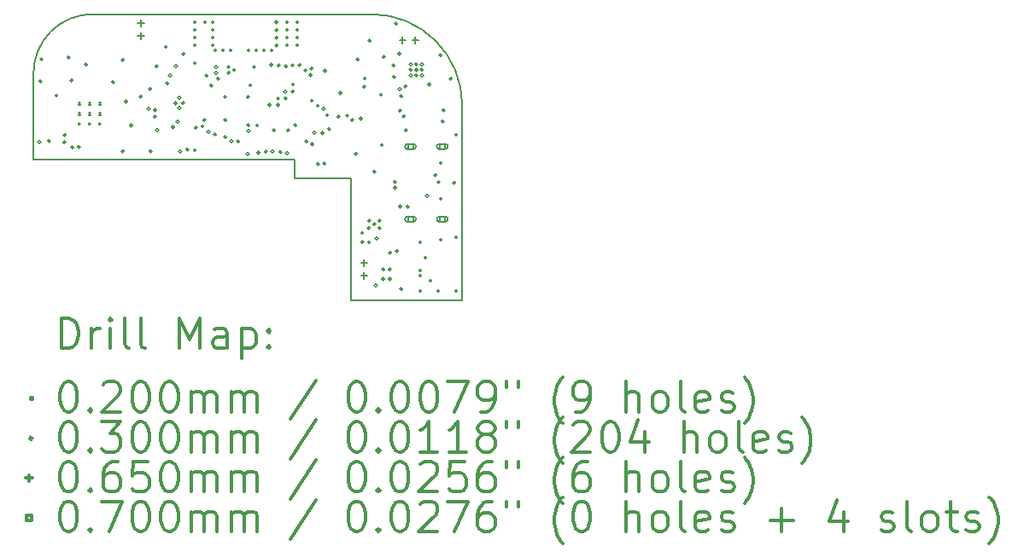
<source format=gbr>
%FSLAX45Y45*%
G04 Gerber Fmt 4.5, Leading zero omitted, Abs format (unit mm)*
G04 Created by KiCad (PCBNEW (5.1.10-1-10_14)) date 2021-09-22 20:59:31*
%MOMM*%
%LPD*%
G01*
G04 APERTURE LIST*
%TA.AperFunction,Profile*%
%ADD10C,0.200000*%
%TD*%
%ADD11C,0.200000*%
%ADD12C,0.300000*%
G04 APERTURE END LIST*
D10*
X7267000Y-8027777D02*
X7266940Y-9237777D01*
X6706940Y-7842777D02*
X6706940Y-8027777D01*
X4116940Y-7842777D02*
X6706940Y-7842777D01*
X4116756Y-6983102D02*
X4116940Y-7842777D01*
X4116756Y-6983102D02*
G75*
G02*
X4704057Y-6395802I587300J0D01*
G01*
X7266940Y-9237777D02*
X8366940Y-9237777D01*
X6706940Y-8027777D02*
X7267000Y-8027777D01*
X7466940Y-6395802D02*
X4704057Y-6395802D01*
X7466940Y-6395802D02*
G75*
G02*
X8366940Y-7295802I0J-900000D01*
G01*
X8366940Y-9237777D02*
X8366940Y-7295802D01*
D11*
X4563600Y-7275050D02*
X4583600Y-7295050D01*
X4583600Y-7275050D02*
X4563600Y-7295050D01*
X4563600Y-7375050D02*
X4583600Y-7395050D01*
X4583600Y-7375050D02*
X4563600Y-7395050D01*
X4563600Y-7475050D02*
X4583600Y-7495050D01*
X4583600Y-7475050D02*
X4563600Y-7495050D01*
X4663600Y-7275050D02*
X4683600Y-7295050D01*
X4683600Y-7275050D02*
X4663600Y-7295050D01*
X4663600Y-7375050D02*
X4683600Y-7395050D01*
X4683600Y-7375050D02*
X4663600Y-7395050D01*
X4663600Y-7475050D02*
X4683600Y-7495050D01*
X4683600Y-7475050D02*
X4663600Y-7495050D01*
X4763600Y-7275050D02*
X4783600Y-7295050D01*
X4783600Y-7275050D02*
X4763600Y-7295050D01*
X4763600Y-7375050D02*
X4783600Y-7395050D01*
X4783600Y-7375050D02*
X4763600Y-7395050D01*
X4763600Y-7475050D02*
X4783600Y-7495050D01*
X4783600Y-7475050D02*
X4763600Y-7495050D01*
X4189000Y-7664000D02*
G75*
G03*
X4189000Y-7664000I-15000J0D01*
G01*
X4200920Y-7061200D02*
G75*
G03*
X4200920Y-7061200I-15000J0D01*
G01*
X4211080Y-6842760D02*
G75*
G03*
X4211080Y-6842760I-15000J0D01*
G01*
X4284625Y-7654375D02*
G75*
G03*
X4284625Y-7654375I-15000J0D01*
G01*
X4359924Y-7204456D02*
G75*
G03*
X4359924Y-7204456I-15000J0D01*
G01*
X4437204Y-7668434D02*
G75*
G03*
X4437204Y-7668434I-15000J0D01*
G01*
X4441833Y-7595400D02*
G75*
G03*
X4441833Y-7595400I-15000J0D01*
G01*
X4479050Y-6823710D02*
G75*
G03*
X4479050Y-6823710I-15000J0D01*
G01*
X4508260Y-7053580D02*
G75*
G03*
X4508260Y-7053580I-15000J0D01*
G01*
X4516134Y-7717366D02*
G75*
G03*
X4516134Y-7717366I-15000J0D01*
G01*
X4581281Y-7713878D02*
G75*
G03*
X4581281Y-7713878I-15000J0D01*
G01*
X4653040Y-6898640D02*
G75*
G03*
X4653040Y-6898640I-15000J0D01*
G01*
X4919646Y-7068758D02*
G75*
G03*
X4919646Y-7068758I-15000J0D01*
G01*
X5017000Y-7758000D02*
G75*
G03*
X5017000Y-7758000I-15000J0D01*
G01*
X5018540Y-6850628D02*
G75*
G03*
X5018540Y-6850628I-15000J0D01*
G01*
X5049000Y-7261000D02*
G75*
G03*
X5049000Y-7261000I-15000J0D01*
G01*
X5100903Y-7500139D02*
G75*
G03*
X5100903Y-7500139I-15000J0D01*
G01*
X5194320Y-7213860D02*
G75*
G03*
X5194320Y-7213860I-15000J0D01*
G01*
X5273190Y-7333718D02*
G75*
G03*
X5273190Y-7333718I-15000J0D01*
G01*
X5287000Y-7139000D02*
G75*
G03*
X5287000Y-7139000I-15000J0D01*
G01*
X5292690Y-7755220D02*
G75*
G03*
X5292690Y-7755220I-15000J0D01*
G01*
X5335351Y-7414242D02*
G75*
G03*
X5335351Y-7414242I-15000J0D01*
G01*
X5336906Y-7348201D02*
G75*
G03*
X5336906Y-7348201I-15000J0D01*
G01*
X5350000Y-6914000D02*
G75*
G03*
X5350000Y-6914000I-15000J0D01*
G01*
X5357000Y-7547539D02*
G75*
G03*
X5357000Y-7547539I-15000J0D01*
G01*
X5442000Y-6720000D02*
G75*
G03*
X5442000Y-6720000I-15000J0D01*
G01*
X5458324Y-7082676D02*
G75*
G03*
X5458324Y-7082676I-15000J0D01*
G01*
X5485000Y-7004000D02*
G75*
G03*
X5485000Y-7004000I-15000J0D01*
G01*
X5514100Y-7515860D02*
G75*
G03*
X5514100Y-7515860I-15000J0D01*
G01*
X5539500Y-7279640D02*
G75*
G03*
X5539500Y-7279640I-15000J0D01*
G01*
X5543213Y-6910766D02*
G75*
G03*
X5543213Y-6910766I-15000J0D01*
G01*
X5559820Y-7462520D02*
G75*
G03*
X5559820Y-7462520I-15000J0D01*
G01*
X5577600Y-7226300D02*
G75*
G03*
X5577600Y-7226300I-15000J0D01*
G01*
X5577600Y-7327900D02*
G75*
G03*
X5577600Y-7327900I-15000J0D01*
G01*
X5586000Y-7757000D02*
G75*
G03*
X5586000Y-7757000I-15000J0D01*
G01*
X5613160Y-7277100D02*
G75*
G03*
X5613160Y-7277100I-15000J0D01*
G01*
X5618240Y-6791861D02*
G75*
G03*
X5618240Y-6791861I-15000J0D01*
G01*
X5656340Y-7739380D02*
G75*
G03*
X5656340Y-7739380I-15000J0D01*
G01*
X5730000Y-6477000D02*
G75*
G03*
X5730000Y-6477000I-15000J0D01*
G01*
X5730000Y-6553200D02*
G75*
G03*
X5730000Y-6553200I-15000J0D01*
G01*
X5730000Y-6629400D02*
G75*
G03*
X5730000Y-6629400I-15000J0D01*
G01*
X5730000Y-6705600D02*
G75*
G03*
X5730000Y-6705600I-15000J0D01*
G01*
X5730000Y-6883400D02*
G75*
G03*
X5730000Y-6883400I-15000J0D01*
G01*
X5730000Y-7744460D02*
G75*
G03*
X5730000Y-7744460I-15000J0D01*
G01*
X5742700Y-7523480D02*
G75*
G03*
X5742700Y-7523480I-15000J0D01*
G01*
X5806200Y-7508240D02*
G75*
G03*
X5806200Y-7508240I-15000J0D01*
G01*
X5826520Y-7447280D02*
G75*
G03*
X5826520Y-7447280I-15000J0D01*
G01*
X5831600Y-6477000D02*
G75*
G03*
X5831600Y-6477000I-15000J0D01*
G01*
X5846139Y-7007000D02*
G75*
G03*
X5846139Y-7007000I-15000J0D01*
G01*
X5866500Y-7564500D02*
G75*
G03*
X5866500Y-7564500I-15000J0D01*
G01*
X5893371Y-7104057D02*
G75*
G03*
X5893371Y-7104057I-15000J0D01*
G01*
X5907800Y-6475000D02*
G75*
G03*
X5907800Y-6475000I-15000J0D01*
G01*
X5907800Y-6553200D02*
G75*
G03*
X5907800Y-6553200I-15000J0D01*
G01*
X5907800Y-6629400D02*
G75*
G03*
X5907800Y-6629400I-15000J0D01*
G01*
X5907800Y-6705600D02*
G75*
G03*
X5907800Y-6705600I-15000J0D01*
G01*
X5930538Y-7589781D02*
G75*
G03*
X5930538Y-7589781I-15000J0D01*
G01*
X5933200Y-6756400D02*
G75*
G03*
X5933200Y-6756400I-15000J0D01*
G01*
X5941000Y-6919000D02*
G75*
G03*
X5941000Y-6919000I-15000J0D01*
G01*
X5942000Y-6980000D02*
G75*
G03*
X5942000Y-6980000I-15000J0D01*
G01*
X5961000Y-7036000D02*
G75*
G03*
X5961000Y-7036000I-15000J0D01*
G01*
X6009400Y-6756400D02*
G75*
G03*
X6009400Y-6756400I-15000J0D01*
G01*
X6030942Y-7215941D02*
G75*
G03*
X6030942Y-7215941I-15000J0D01*
G01*
X6032260Y-7446885D02*
G75*
G03*
X6032260Y-7446885I-15000J0D01*
G01*
X6032260Y-7617460D02*
G75*
G03*
X6032260Y-7617460I-15000J0D01*
G01*
X6066000Y-6920000D02*
G75*
G03*
X6066000Y-6920000I-15000J0D01*
G01*
X6067000Y-6978000D02*
G75*
G03*
X6067000Y-6978000I-15000J0D01*
G01*
X6085600Y-6756400D02*
G75*
G03*
X6085600Y-6756400I-15000J0D01*
G01*
X6094148Y-7657036D02*
G75*
G03*
X6094148Y-7657036I-15000J0D01*
G01*
X6119000Y-6950000D02*
G75*
G03*
X6119000Y-6950000I-15000J0D01*
G01*
X6160794Y-7658077D02*
G75*
G03*
X6160794Y-7658077I-15000J0D01*
G01*
X6255780Y-7218680D02*
G75*
G03*
X6255780Y-7218680I-15000J0D01*
G01*
X6255970Y-7783113D02*
G75*
G03*
X6255970Y-7783113I-15000J0D01*
G01*
X6263400Y-6756400D02*
G75*
G03*
X6263400Y-6756400I-15000J0D01*
G01*
X6263400Y-7498080D02*
G75*
G03*
X6263400Y-7498080I-15000J0D01*
G01*
X6263400Y-7556500D02*
G75*
G03*
X6263400Y-7556500I-15000J0D01*
G01*
X6281000Y-7102000D02*
G75*
G03*
X6281000Y-7102000I-15000J0D01*
G01*
X6320000Y-6920000D02*
G75*
G03*
X6320000Y-6920000I-15000J0D01*
G01*
X6339600Y-6756400D02*
G75*
G03*
X6339600Y-6756400I-15000J0D01*
G01*
X6349760Y-7500620D02*
G75*
G03*
X6349760Y-7500620I-15000J0D01*
G01*
X6361775Y-7770523D02*
G75*
G03*
X6361775Y-7770523I-15000J0D01*
G01*
X6415800Y-6756400D02*
G75*
G03*
X6415800Y-6756400I-15000J0D01*
G01*
X6435000Y-7759000D02*
G75*
G03*
X6435000Y-7759000I-15000J0D01*
G01*
X6471680Y-7297420D02*
G75*
G03*
X6471680Y-7297420I-15000J0D01*
G01*
X6489000Y-6899000D02*
G75*
G03*
X6489000Y-6899000I-15000J0D01*
G01*
X6492000Y-6756400D02*
G75*
G03*
X6492000Y-6756400I-15000J0D01*
G01*
X6501000Y-7759000D02*
G75*
G03*
X6501000Y-7759000I-15000J0D01*
G01*
X6517400Y-7548880D02*
G75*
G03*
X6517400Y-7548880I-15000J0D01*
G01*
X6540000Y-6475000D02*
G75*
G03*
X6540000Y-6475000I-15000J0D01*
G01*
X6540000Y-6553200D02*
G75*
G03*
X6540000Y-6553200I-15000J0D01*
G01*
X6540000Y-6629400D02*
G75*
G03*
X6540000Y-6629400I-15000J0D01*
G01*
X6540000Y-6705600D02*
G75*
G03*
X6540000Y-6705600I-15000J0D01*
G01*
X6555500Y-7233920D02*
G75*
G03*
X6555500Y-7233920I-15000J0D01*
G01*
X6555500Y-7297420D02*
G75*
G03*
X6555500Y-7297420I-15000J0D01*
G01*
X6563506Y-6905111D02*
G75*
G03*
X6563506Y-6905111I-15000J0D01*
G01*
X6580761Y-7765300D02*
G75*
G03*
X6580761Y-7765300I-15000J0D01*
G01*
X6629160Y-7165340D02*
G75*
G03*
X6629160Y-7165340I-15000J0D01*
G01*
X6629160Y-7231380D02*
G75*
G03*
X6629160Y-7231380I-15000J0D01*
G01*
X6634000Y-6912000D02*
G75*
G03*
X6634000Y-6912000I-15000J0D01*
G01*
X6644400Y-6477000D02*
G75*
G03*
X6644400Y-6477000I-15000J0D01*
G01*
X6644400Y-6553200D02*
G75*
G03*
X6644400Y-6553200I-15000J0D01*
G01*
X6644400Y-6629400D02*
G75*
G03*
X6644400Y-6629400I-15000J0D01*
G01*
X6644400Y-6705600D02*
G75*
G03*
X6644400Y-6705600I-15000J0D01*
G01*
X6645203Y-7775481D02*
G75*
G03*
X6645203Y-7775481I-15000J0D01*
G01*
X6654560Y-7548880D02*
G75*
G03*
X6654560Y-7548880I-15000J0D01*
G01*
X6699232Y-6902329D02*
G75*
G03*
X6699232Y-6902329I-15000J0D01*
G01*
X6702820Y-7162800D02*
G75*
G03*
X6702820Y-7162800I-15000J0D01*
G01*
X6705360Y-7094220D02*
G75*
G03*
X6705360Y-7094220I-15000J0D01*
G01*
X6728220Y-7498080D02*
G75*
G03*
X6728220Y-7498080I-15000J0D01*
G01*
X6746000Y-6477000D02*
G75*
G03*
X6746000Y-6477000I-15000J0D01*
G01*
X6746000Y-6553200D02*
G75*
G03*
X6746000Y-6553200I-15000J0D01*
G01*
X6746000Y-6629400D02*
G75*
G03*
X6746000Y-6629400I-15000J0D01*
G01*
X6746000Y-6705600D02*
G75*
G03*
X6746000Y-6705600I-15000J0D01*
G01*
X6770000Y-6902329D02*
G75*
G03*
X6770000Y-6902329I-15000J0D01*
G01*
X6825569Y-6953381D02*
G75*
G03*
X6825569Y-6953381I-15000J0D01*
G01*
X6836705Y-7658275D02*
G75*
G03*
X6836705Y-7658275I-15000J0D01*
G01*
X6877093Y-7000874D02*
G75*
G03*
X6877093Y-7000874I-15000J0D01*
G01*
X6888153Y-6934955D02*
G75*
G03*
X6888153Y-6934955I-15000J0D01*
G01*
X6891599Y-7254987D02*
G75*
G03*
X6891599Y-7254987I-15000J0D01*
G01*
X6895694Y-7686145D02*
G75*
G03*
X6895694Y-7686145I-15000J0D01*
G01*
X6914610Y-7571469D02*
G75*
G03*
X6914610Y-7571469I-15000J0D01*
G01*
X6949255Y-7306569D02*
G75*
G03*
X6949255Y-7306569I-15000J0D01*
G01*
X6950364Y-7882876D02*
G75*
G03*
X6950364Y-7882876I-15000J0D01*
G01*
X6997727Y-7576139D02*
G75*
G03*
X6997727Y-7576139I-15000J0D01*
G01*
X7008887Y-7333035D02*
G75*
G03*
X7008887Y-7333035I-15000J0D01*
G01*
X7015512Y-7879402D02*
G75*
G03*
X7015512Y-7879402I-15000J0D01*
G01*
X7020087Y-6958208D02*
G75*
G03*
X7020087Y-6958208I-15000J0D01*
G01*
X7043343Y-7397657D02*
G75*
G03*
X7043343Y-7397657I-15000J0D01*
G01*
X7059861Y-7535900D02*
G75*
G03*
X7059861Y-7535900I-15000J0D01*
G01*
X7154000Y-7414000D02*
G75*
G03*
X7154000Y-7414000I-15000J0D01*
G01*
X7174278Y-7178265D02*
G75*
G03*
X7174278Y-7178265I-15000J0D01*
G01*
X7242468Y-7402520D02*
G75*
G03*
X7242468Y-7402520I-15000J0D01*
G01*
X7290463Y-7446712D02*
G75*
G03*
X7290463Y-7446712I-15000J0D01*
G01*
X7329026Y-7782637D02*
G75*
G03*
X7329026Y-7782637I-15000J0D01*
G01*
X7345590Y-6847095D02*
G75*
G03*
X7345590Y-6847095I-15000J0D01*
G01*
X7377000Y-7434000D02*
G75*
G03*
X7377000Y-7434000I-15000J0D01*
G01*
X7391000Y-8567140D02*
G75*
G03*
X7391000Y-8567140I-15000J0D01*
G01*
X7391160Y-8658860D02*
G75*
G03*
X7391160Y-8658860I-15000J0D01*
G01*
X7410000Y-7116000D02*
G75*
G03*
X7410000Y-7116000I-15000J0D01*
G01*
X7415279Y-7034146D02*
G75*
G03*
X7415279Y-7034146I-15000J0D01*
G01*
X7456000Y-8518000D02*
G75*
G03*
X7456000Y-8518000I-15000J0D01*
G01*
X7457200Y-8661400D02*
G75*
G03*
X7457200Y-8661400I-15000J0D01*
G01*
X7459000Y-8446000D02*
G75*
G03*
X7459000Y-8446000I-15000J0D01*
G01*
X7465000Y-6660000D02*
G75*
G03*
X7465000Y-6660000I-15000J0D01*
G01*
X7509000Y-8480000D02*
G75*
G03*
X7509000Y-8480000I-15000J0D01*
G01*
X7511000Y-7961000D02*
G75*
G03*
X7511000Y-7961000I-15000J0D01*
G01*
X7526415Y-9087485D02*
G75*
G03*
X7526415Y-9087485I-15000J0D01*
G01*
X7533400Y-8620760D02*
G75*
G03*
X7533400Y-8620760I-15000J0D01*
G01*
X7562000Y-8447000D02*
G75*
G03*
X7562000Y-8447000I-15000J0D01*
G01*
X7563000Y-8518000D02*
G75*
G03*
X7563000Y-8518000I-15000J0D01*
G01*
X7575000Y-7196000D02*
G75*
G03*
X7575000Y-7196000I-15000J0D01*
G01*
X7584200Y-7696200D02*
G75*
G03*
X7584200Y-7696200I-15000J0D01*
G01*
X7598170Y-8929370D02*
G75*
G03*
X7598170Y-8929370I-15000J0D01*
G01*
X7598170Y-9023350D02*
G75*
G03*
X7598170Y-9023350I-15000J0D01*
G01*
X7604000Y-6821000D02*
G75*
G03*
X7604000Y-6821000I-15000J0D01*
G01*
X7664210Y-8929370D02*
G75*
G03*
X7664210Y-8929370I-15000J0D01*
G01*
X7664210Y-9023350D02*
G75*
G03*
X7664210Y-9023350I-15000J0D01*
G01*
X7667554Y-8763779D02*
G75*
G03*
X7667554Y-8763779I-15000J0D01*
G01*
X7701000Y-6907000D02*
G75*
G03*
X7701000Y-6907000I-15000J0D01*
G01*
X7704000Y-7019000D02*
G75*
G03*
X7704000Y-7019000I-15000J0D01*
G01*
X7715414Y-8061414D02*
G75*
G03*
X7715414Y-8061414I-15000J0D01*
G01*
X7716000Y-8120000D02*
G75*
G03*
X7716000Y-8120000I-15000J0D01*
G01*
X7726440Y-6492240D02*
G75*
G03*
X7726440Y-6492240I-15000J0D01*
G01*
X7734463Y-8746358D02*
G75*
G03*
X7734463Y-8746358I-15000J0D01*
G01*
X7756920Y-6788150D02*
G75*
G03*
X7756920Y-6788150I-15000J0D01*
G01*
X7760982Y-7140228D02*
G75*
G03*
X7760982Y-7140228I-15000J0D01*
G01*
X7765000Y-7352860D02*
G75*
G03*
X7765000Y-7352860I-15000J0D01*
G01*
X7766000Y-8306000D02*
G75*
G03*
X7766000Y-8306000I-15000J0D01*
G01*
X7777000Y-9123000D02*
G75*
G03*
X7777000Y-9123000I-15000J0D01*
G01*
X7779000Y-7210000D02*
G75*
G03*
X7779000Y-7210000I-15000J0D01*
G01*
X7802000Y-7410000D02*
G75*
G03*
X7802000Y-7410000I-15000J0D01*
G01*
X7820232Y-7112917D02*
G75*
G03*
X7820232Y-7112917I-15000J0D01*
G01*
X7824000Y-7549339D02*
G75*
G03*
X7824000Y-7549339I-15000J0D01*
G01*
X7840000Y-8306000D02*
G75*
G03*
X7840000Y-8306000I-15000J0D01*
G01*
X7870830Y-6894440D02*
G75*
G03*
X7870830Y-6894440I-15000J0D01*
G01*
X7870830Y-6949440D02*
G75*
G03*
X7870830Y-6949440I-15000J0D01*
G01*
X7870830Y-7004440D02*
G75*
G03*
X7870830Y-7004440I-15000J0D01*
G01*
X7925830Y-6894440D02*
G75*
G03*
X7925830Y-6894440I-15000J0D01*
G01*
X7925830Y-6949440D02*
G75*
G03*
X7925830Y-6949440I-15000J0D01*
G01*
X7925830Y-7004440D02*
G75*
G03*
X7925830Y-7004440I-15000J0D01*
G01*
X7965200Y-8661400D02*
G75*
G03*
X7965200Y-8661400I-15000J0D01*
G01*
X7965200Y-8938260D02*
G75*
G03*
X7965200Y-8938260I-15000J0D01*
G01*
X7965200Y-8991600D02*
G75*
G03*
X7965200Y-8991600I-15000J0D01*
G01*
X7965200Y-9144000D02*
G75*
G03*
X7965200Y-9144000I-15000J0D01*
G01*
X7980830Y-6894440D02*
G75*
G03*
X7980830Y-6894440I-15000J0D01*
G01*
X7980830Y-6949440D02*
G75*
G03*
X7980830Y-6949440I-15000J0D01*
G01*
X7980830Y-7004440D02*
G75*
G03*
X7980830Y-7004440I-15000J0D01*
G01*
X8016000Y-8813800D02*
G75*
G03*
X8016000Y-8813800I-15000J0D01*
G01*
X8033320Y-8199580D02*
G75*
G03*
X8033320Y-8199580I-15000J0D01*
G01*
X8054100Y-7094220D02*
G75*
G03*
X8054100Y-7094220I-15000J0D01*
G01*
X8066800Y-9042400D02*
G75*
G03*
X8066800Y-9042400I-15000J0D01*
G01*
X8117600Y-7993380D02*
G75*
G03*
X8117600Y-7993380I-15000J0D01*
G01*
X8143000Y-9144000D02*
G75*
G03*
X8143000Y-9144000I-15000J0D01*
G01*
X8148080Y-8064500D02*
G75*
G03*
X8148080Y-8064500I-15000J0D01*
G01*
X8167130Y-6804000D02*
G75*
G03*
X8167130Y-6804000I-15000J0D01*
G01*
X8168400Y-7874000D02*
G75*
G03*
X8168400Y-7874000I-15000J0D01*
G01*
X8168400Y-8229600D02*
G75*
G03*
X8168400Y-8229600I-15000J0D01*
G01*
X8168400Y-8636000D02*
G75*
G03*
X8168400Y-8636000I-15000J0D01*
G01*
X8188720Y-7461250D02*
G75*
G03*
X8188720Y-7461250I-15000J0D01*
G01*
X8195070Y-7349490D02*
G75*
G03*
X8195070Y-7349490I-15000J0D01*
G01*
X8269076Y-7037409D02*
G75*
G03*
X8269076Y-7037409I-15000J0D01*
G01*
X8303720Y-8068880D02*
G75*
G03*
X8303720Y-8068880I-15000J0D01*
G01*
X8320800Y-7594600D02*
G75*
G03*
X8320800Y-7594600I-15000J0D01*
G01*
X8320800Y-8610600D02*
G75*
G03*
X8320800Y-8610600I-15000J0D01*
G01*
X8320800Y-9144000D02*
G75*
G03*
X8320800Y-9144000I-15000J0D01*
G01*
X5181600Y-6449580D02*
X5181600Y-6514580D01*
X5149100Y-6482080D02*
X5214100Y-6482080D01*
X5181600Y-6576580D02*
X5181600Y-6641580D01*
X5149100Y-6609080D02*
X5214100Y-6609080D01*
X7395210Y-8833370D02*
X7395210Y-8898370D01*
X7362710Y-8865870D02*
X7427710Y-8865870D01*
X7395210Y-8960370D02*
X7395210Y-9025370D01*
X7362710Y-8992870D02*
X7427710Y-8992870D01*
X7776210Y-6622300D02*
X7776210Y-6687300D01*
X7743710Y-6654800D02*
X7808710Y-6654800D01*
X7903210Y-6622300D02*
X7903210Y-6687300D01*
X7870710Y-6654800D02*
X7935710Y-6654800D01*
X7878659Y-7734329D02*
X7878659Y-7684831D01*
X7829161Y-7684831D01*
X7829161Y-7734329D01*
X7878659Y-7734329D01*
X7883910Y-7684580D02*
X7823910Y-7684580D01*
X7883910Y-7734580D02*
X7823910Y-7734580D01*
X7823910Y-7684580D02*
G75*
G03*
X7823910Y-7734580I0J-25000D01*
G01*
X7883910Y-7734580D02*
G75*
G03*
X7883910Y-7684580I0J25000D01*
G01*
X7878659Y-8454329D02*
X7878659Y-8404831D01*
X7829161Y-8404831D01*
X7829161Y-8454329D01*
X7878659Y-8454329D01*
X7823910Y-8454580D02*
X7883910Y-8454580D01*
X7823910Y-8404580D02*
X7883910Y-8404580D01*
X7883910Y-8454580D02*
G75*
G03*
X7883910Y-8404580I0J25000D01*
G01*
X7823910Y-8404580D02*
G75*
G03*
X7823910Y-8454580I0J-25000D01*
G01*
X8194659Y-7734329D02*
X8194659Y-7684831D01*
X8145161Y-7684831D01*
X8145161Y-7734329D01*
X8194659Y-7734329D01*
X8139910Y-7734580D02*
X8199910Y-7734580D01*
X8139910Y-7684580D02*
X8199910Y-7684580D01*
X8199910Y-7734580D02*
G75*
G03*
X8199910Y-7684580I0J25000D01*
G01*
X8139910Y-7684580D02*
G75*
G03*
X8139910Y-7734580I0J-25000D01*
G01*
X8194659Y-8454329D02*
X8194659Y-8404831D01*
X8145161Y-8404831D01*
X8145161Y-8454329D01*
X8194659Y-8454329D01*
X8139910Y-8454580D02*
X8199910Y-8454580D01*
X8139910Y-8404580D02*
X8199910Y-8404580D01*
X8199910Y-8454580D02*
G75*
G03*
X8199910Y-8404580I0J25000D01*
G01*
X8139910Y-8404580D02*
G75*
G03*
X8139910Y-8454580I0J-25000D01*
G01*
D12*
X4393185Y-9713492D02*
X4393185Y-9413492D01*
X4464614Y-9413492D01*
X4507471Y-9427777D01*
X4536042Y-9456349D01*
X4550328Y-9484920D01*
X4564614Y-9542063D01*
X4564614Y-9584920D01*
X4550328Y-9642063D01*
X4536042Y-9670635D01*
X4507471Y-9699206D01*
X4464614Y-9713492D01*
X4393185Y-9713492D01*
X4693185Y-9713492D02*
X4693185Y-9513492D01*
X4693185Y-9570635D02*
X4707471Y-9542063D01*
X4721756Y-9527777D01*
X4750328Y-9513492D01*
X4778899Y-9513492D01*
X4878899Y-9713492D02*
X4878899Y-9513492D01*
X4878899Y-9413492D02*
X4864614Y-9427777D01*
X4878899Y-9442063D01*
X4893185Y-9427777D01*
X4878899Y-9413492D01*
X4878899Y-9442063D01*
X5064614Y-9713492D02*
X5036042Y-9699206D01*
X5021756Y-9670635D01*
X5021756Y-9413492D01*
X5221756Y-9713492D02*
X5193185Y-9699206D01*
X5178899Y-9670635D01*
X5178899Y-9413492D01*
X5564614Y-9713492D02*
X5564614Y-9413492D01*
X5664613Y-9627777D01*
X5764613Y-9413492D01*
X5764613Y-9713492D01*
X6036042Y-9713492D02*
X6036042Y-9556349D01*
X6021756Y-9527777D01*
X5993185Y-9513492D01*
X5936042Y-9513492D01*
X5907471Y-9527777D01*
X6036042Y-9699206D02*
X6007471Y-9713492D01*
X5936042Y-9713492D01*
X5907471Y-9699206D01*
X5893185Y-9670635D01*
X5893185Y-9642063D01*
X5907471Y-9613492D01*
X5936042Y-9599206D01*
X6007471Y-9599206D01*
X6036042Y-9584920D01*
X6178899Y-9513492D02*
X6178899Y-9813492D01*
X6178899Y-9527777D02*
X6207471Y-9513492D01*
X6264613Y-9513492D01*
X6293185Y-9527777D01*
X6307471Y-9542063D01*
X6321756Y-9570635D01*
X6321756Y-9656349D01*
X6307471Y-9684920D01*
X6293185Y-9699206D01*
X6264613Y-9713492D01*
X6207471Y-9713492D01*
X6178899Y-9699206D01*
X6450328Y-9684920D02*
X6464613Y-9699206D01*
X6450328Y-9713492D01*
X6436042Y-9699206D01*
X6450328Y-9684920D01*
X6450328Y-9713492D01*
X6450328Y-9527777D02*
X6464613Y-9542063D01*
X6450328Y-9556349D01*
X6436042Y-9542063D01*
X6450328Y-9527777D01*
X6450328Y-9556349D01*
X4086756Y-10197777D02*
X4106756Y-10217777D01*
X4106756Y-10197777D02*
X4086756Y-10217777D01*
X4450328Y-10043492D02*
X4478899Y-10043492D01*
X4507471Y-10057777D01*
X4521756Y-10072063D01*
X4536042Y-10100635D01*
X4550328Y-10157777D01*
X4550328Y-10229206D01*
X4536042Y-10286349D01*
X4521756Y-10314920D01*
X4507471Y-10329206D01*
X4478899Y-10343492D01*
X4450328Y-10343492D01*
X4421756Y-10329206D01*
X4407471Y-10314920D01*
X4393185Y-10286349D01*
X4378899Y-10229206D01*
X4378899Y-10157777D01*
X4393185Y-10100635D01*
X4407471Y-10072063D01*
X4421756Y-10057777D01*
X4450328Y-10043492D01*
X4678899Y-10314920D02*
X4693185Y-10329206D01*
X4678899Y-10343492D01*
X4664614Y-10329206D01*
X4678899Y-10314920D01*
X4678899Y-10343492D01*
X4807471Y-10072063D02*
X4821756Y-10057777D01*
X4850328Y-10043492D01*
X4921756Y-10043492D01*
X4950328Y-10057777D01*
X4964614Y-10072063D01*
X4978899Y-10100635D01*
X4978899Y-10129206D01*
X4964614Y-10172063D01*
X4793185Y-10343492D01*
X4978899Y-10343492D01*
X5164614Y-10043492D02*
X5193185Y-10043492D01*
X5221756Y-10057777D01*
X5236042Y-10072063D01*
X5250328Y-10100635D01*
X5264614Y-10157777D01*
X5264614Y-10229206D01*
X5250328Y-10286349D01*
X5236042Y-10314920D01*
X5221756Y-10329206D01*
X5193185Y-10343492D01*
X5164614Y-10343492D01*
X5136042Y-10329206D01*
X5121756Y-10314920D01*
X5107471Y-10286349D01*
X5093185Y-10229206D01*
X5093185Y-10157777D01*
X5107471Y-10100635D01*
X5121756Y-10072063D01*
X5136042Y-10057777D01*
X5164614Y-10043492D01*
X5450328Y-10043492D02*
X5478899Y-10043492D01*
X5507471Y-10057777D01*
X5521756Y-10072063D01*
X5536042Y-10100635D01*
X5550328Y-10157777D01*
X5550328Y-10229206D01*
X5536042Y-10286349D01*
X5521756Y-10314920D01*
X5507471Y-10329206D01*
X5478899Y-10343492D01*
X5450328Y-10343492D01*
X5421756Y-10329206D01*
X5407471Y-10314920D01*
X5393185Y-10286349D01*
X5378899Y-10229206D01*
X5378899Y-10157777D01*
X5393185Y-10100635D01*
X5407471Y-10072063D01*
X5421756Y-10057777D01*
X5450328Y-10043492D01*
X5678899Y-10343492D02*
X5678899Y-10143492D01*
X5678899Y-10172063D02*
X5693185Y-10157777D01*
X5721756Y-10143492D01*
X5764613Y-10143492D01*
X5793185Y-10157777D01*
X5807471Y-10186349D01*
X5807471Y-10343492D01*
X5807471Y-10186349D02*
X5821756Y-10157777D01*
X5850328Y-10143492D01*
X5893185Y-10143492D01*
X5921756Y-10157777D01*
X5936042Y-10186349D01*
X5936042Y-10343492D01*
X6078899Y-10343492D02*
X6078899Y-10143492D01*
X6078899Y-10172063D02*
X6093185Y-10157777D01*
X6121756Y-10143492D01*
X6164613Y-10143492D01*
X6193185Y-10157777D01*
X6207471Y-10186349D01*
X6207471Y-10343492D01*
X6207471Y-10186349D02*
X6221756Y-10157777D01*
X6250328Y-10143492D01*
X6293185Y-10143492D01*
X6321756Y-10157777D01*
X6336042Y-10186349D01*
X6336042Y-10343492D01*
X6921756Y-10029206D02*
X6664613Y-10414920D01*
X7307471Y-10043492D02*
X7336042Y-10043492D01*
X7364613Y-10057777D01*
X7378899Y-10072063D01*
X7393185Y-10100635D01*
X7407471Y-10157777D01*
X7407471Y-10229206D01*
X7393185Y-10286349D01*
X7378899Y-10314920D01*
X7364613Y-10329206D01*
X7336042Y-10343492D01*
X7307471Y-10343492D01*
X7278899Y-10329206D01*
X7264613Y-10314920D01*
X7250328Y-10286349D01*
X7236042Y-10229206D01*
X7236042Y-10157777D01*
X7250328Y-10100635D01*
X7264613Y-10072063D01*
X7278899Y-10057777D01*
X7307471Y-10043492D01*
X7536042Y-10314920D02*
X7550328Y-10329206D01*
X7536042Y-10343492D01*
X7521756Y-10329206D01*
X7536042Y-10314920D01*
X7536042Y-10343492D01*
X7736042Y-10043492D02*
X7764613Y-10043492D01*
X7793185Y-10057777D01*
X7807471Y-10072063D01*
X7821756Y-10100635D01*
X7836042Y-10157777D01*
X7836042Y-10229206D01*
X7821756Y-10286349D01*
X7807471Y-10314920D01*
X7793185Y-10329206D01*
X7764613Y-10343492D01*
X7736042Y-10343492D01*
X7707471Y-10329206D01*
X7693185Y-10314920D01*
X7678899Y-10286349D01*
X7664613Y-10229206D01*
X7664613Y-10157777D01*
X7678899Y-10100635D01*
X7693185Y-10072063D01*
X7707471Y-10057777D01*
X7736042Y-10043492D01*
X8021756Y-10043492D02*
X8050328Y-10043492D01*
X8078899Y-10057777D01*
X8093185Y-10072063D01*
X8107471Y-10100635D01*
X8121756Y-10157777D01*
X8121756Y-10229206D01*
X8107471Y-10286349D01*
X8093185Y-10314920D01*
X8078899Y-10329206D01*
X8050328Y-10343492D01*
X8021756Y-10343492D01*
X7993185Y-10329206D01*
X7978899Y-10314920D01*
X7964613Y-10286349D01*
X7950328Y-10229206D01*
X7950328Y-10157777D01*
X7964613Y-10100635D01*
X7978899Y-10072063D01*
X7993185Y-10057777D01*
X8021756Y-10043492D01*
X8221756Y-10043492D02*
X8421756Y-10043492D01*
X8293185Y-10343492D01*
X8550328Y-10343492D02*
X8607471Y-10343492D01*
X8636042Y-10329206D01*
X8650328Y-10314920D01*
X8678899Y-10272063D01*
X8693185Y-10214920D01*
X8693185Y-10100635D01*
X8678899Y-10072063D01*
X8664614Y-10057777D01*
X8636042Y-10043492D01*
X8578899Y-10043492D01*
X8550328Y-10057777D01*
X8536042Y-10072063D01*
X8521756Y-10100635D01*
X8521756Y-10172063D01*
X8536042Y-10200635D01*
X8550328Y-10214920D01*
X8578899Y-10229206D01*
X8636042Y-10229206D01*
X8664614Y-10214920D01*
X8678899Y-10200635D01*
X8693185Y-10172063D01*
X8807471Y-10043492D02*
X8807471Y-10100635D01*
X8921756Y-10043492D02*
X8921756Y-10100635D01*
X9364614Y-10457777D02*
X9350328Y-10443492D01*
X9321756Y-10400635D01*
X9307471Y-10372063D01*
X9293185Y-10329206D01*
X9278899Y-10257777D01*
X9278899Y-10200635D01*
X9293185Y-10129206D01*
X9307471Y-10086349D01*
X9321756Y-10057777D01*
X9350328Y-10014920D01*
X9364614Y-10000635D01*
X9493185Y-10343492D02*
X9550328Y-10343492D01*
X9578899Y-10329206D01*
X9593185Y-10314920D01*
X9621756Y-10272063D01*
X9636042Y-10214920D01*
X9636042Y-10100635D01*
X9621756Y-10072063D01*
X9607471Y-10057777D01*
X9578899Y-10043492D01*
X9521756Y-10043492D01*
X9493185Y-10057777D01*
X9478899Y-10072063D01*
X9464614Y-10100635D01*
X9464614Y-10172063D01*
X9478899Y-10200635D01*
X9493185Y-10214920D01*
X9521756Y-10229206D01*
X9578899Y-10229206D01*
X9607471Y-10214920D01*
X9621756Y-10200635D01*
X9636042Y-10172063D01*
X9993185Y-10343492D02*
X9993185Y-10043492D01*
X10121756Y-10343492D02*
X10121756Y-10186349D01*
X10107471Y-10157777D01*
X10078899Y-10143492D01*
X10036042Y-10143492D01*
X10007471Y-10157777D01*
X9993185Y-10172063D01*
X10307471Y-10343492D02*
X10278899Y-10329206D01*
X10264614Y-10314920D01*
X10250328Y-10286349D01*
X10250328Y-10200635D01*
X10264614Y-10172063D01*
X10278899Y-10157777D01*
X10307471Y-10143492D01*
X10350328Y-10143492D01*
X10378899Y-10157777D01*
X10393185Y-10172063D01*
X10407471Y-10200635D01*
X10407471Y-10286349D01*
X10393185Y-10314920D01*
X10378899Y-10329206D01*
X10350328Y-10343492D01*
X10307471Y-10343492D01*
X10578899Y-10343492D02*
X10550328Y-10329206D01*
X10536042Y-10300635D01*
X10536042Y-10043492D01*
X10807471Y-10329206D02*
X10778899Y-10343492D01*
X10721756Y-10343492D01*
X10693185Y-10329206D01*
X10678899Y-10300635D01*
X10678899Y-10186349D01*
X10693185Y-10157777D01*
X10721756Y-10143492D01*
X10778899Y-10143492D01*
X10807471Y-10157777D01*
X10821756Y-10186349D01*
X10821756Y-10214920D01*
X10678899Y-10243492D01*
X10936042Y-10329206D02*
X10964614Y-10343492D01*
X11021756Y-10343492D01*
X11050328Y-10329206D01*
X11064614Y-10300635D01*
X11064614Y-10286349D01*
X11050328Y-10257777D01*
X11021756Y-10243492D01*
X10978899Y-10243492D01*
X10950328Y-10229206D01*
X10936042Y-10200635D01*
X10936042Y-10186349D01*
X10950328Y-10157777D01*
X10978899Y-10143492D01*
X11021756Y-10143492D01*
X11050328Y-10157777D01*
X11164614Y-10457777D02*
X11178899Y-10443492D01*
X11207471Y-10400635D01*
X11221756Y-10372063D01*
X11236042Y-10329206D01*
X11250328Y-10257777D01*
X11250328Y-10200635D01*
X11236042Y-10129206D01*
X11221756Y-10086349D01*
X11207471Y-10057777D01*
X11178899Y-10014920D01*
X11164614Y-10000635D01*
X4106756Y-10603777D02*
G75*
G03*
X4106756Y-10603777I-15000J0D01*
G01*
X4450328Y-10439492D02*
X4478899Y-10439492D01*
X4507471Y-10453777D01*
X4521756Y-10468063D01*
X4536042Y-10496635D01*
X4550328Y-10553777D01*
X4550328Y-10625206D01*
X4536042Y-10682349D01*
X4521756Y-10710920D01*
X4507471Y-10725206D01*
X4478899Y-10739492D01*
X4450328Y-10739492D01*
X4421756Y-10725206D01*
X4407471Y-10710920D01*
X4393185Y-10682349D01*
X4378899Y-10625206D01*
X4378899Y-10553777D01*
X4393185Y-10496635D01*
X4407471Y-10468063D01*
X4421756Y-10453777D01*
X4450328Y-10439492D01*
X4678899Y-10710920D02*
X4693185Y-10725206D01*
X4678899Y-10739492D01*
X4664614Y-10725206D01*
X4678899Y-10710920D01*
X4678899Y-10739492D01*
X4793185Y-10439492D02*
X4978899Y-10439492D01*
X4878899Y-10553777D01*
X4921756Y-10553777D01*
X4950328Y-10568063D01*
X4964614Y-10582349D01*
X4978899Y-10610920D01*
X4978899Y-10682349D01*
X4964614Y-10710920D01*
X4950328Y-10725206D01*
X4921756Y-10739492D01*
X4836042Y-10739492D01*
X4807471Y-10725206D01*
X4793185Y-10710920D01*
X5164614Y-10439492D02*
X5193185Y-10439492D01*
X5221756Y-10453777D01*
X5236042Y-10468063D01*
X5250328Y-10496635D01*
X5264614Y-10553777D01*
X5264614Y-10625206D01*
X5250328Y-10682349D01*
X5236042Y-10710920D01*
X5221756Y-10725206D01*
X5193185Y-10739492D01*
X5164614Y-10739492D01*
X5136042Y-10725206D01*
X5121756Y-10710920D01*
X5107471Y-10682349D01*
X5093185Y-10625206D01*
X5093185Y-10553777D01*
X5107471Y-10496635D01*
X5121756Y-10468063D01*
X5136042Y-10453777D01*
X5164614Y-10439492D01*
X5450328Y-10439492D02*
X5478899Y-10439492D01*
X5507471Y-10453777D01*
X5521756Y-10468063D01*
X5536042Y-10496635D01*
X5550328Y-10553777D01*
X5550328Y-10625206D01*
X5536042Y-10682349D01*
X5521756Y-10710920D01*
X5507471Y-10725206D01*
X5478899Y-10739492D01*
X5450328Y-10739492D01*
X5421756Y-10725206D01*
X5407471Y-10710920D01*
X5393185Y-10682349D01*
X5378899Y-10625206D01*
X5378899Y-10553777D01*
X5393185Y-10496635D01*
X5407471Y-10468063D01*
X5421756Y-10453777D01*
X5450328Y-10439492D01*
X5678899Y-10739492D02*
X5678899Y-10539492D01*
X5678899Y-10568063D02*
X5693185Y-10553777D01*
X5721756Y-10539492D01*
X5764613Y-10539492D01*
X5793185Y-10553777D01*
X5807471Y-10582349D01*
X5807471Y-10739492D01*
X5807471Y-10582349D02*
X5821756Y-10553777D01*
X5850328Y-10539492D01*
X5893185Y-10539492D01*
X5921756Y-10553777D01*
X5936042Y-10582349D01*
X5936042Y-10739492D01*
X6078899Y-10739492D02*
X6078899Y-10539492D01*
X6078899Y-10568063D02*
X6093185Y-10553777D01*
X6121756Y-10539492D01*
X6164613Y-10539492D01*
X6193185Y-10553777D01*
X6207471Y-10582349D01*
X6207471Y-10739492D01*
X6207471Y-10582349D02*
X6221756Y-10553777D01*
X6250328Y-10539492D01*
X6293185Y-10539492D01*
X6321756Y-10553777D01*
X6336042Y-10582349D01*
X6336042Y-10739492D01*
X6921756Y-10425206D02*
X6664613Y-10810920D01*
X7307471Y-10439492D02*
X7336042Y-10439492D01*
X7364613Y-10453777D01*
X7378899Y-10468063D01*
X7393185Y-10496635D01*
X7407471Y-10553777D01*
X7407471Y-10625206D01*
X7393185Y-10682349D01*
X7378899Y-10710920D01*
X7364613Y-10725206D01*
X7336042Y-10739492D01*
X7307471Y-10739492D01*
X7278899Y-10725206D01*
X7264613Y-10710920D01*
X7250328Y-10682349D01*
X7236042Y-10625206D01*
X7236042Y-10553777D01*
X7250328Y-10496635D01*
X7264613Y-10468063D01*
X7278899Y-10453777D01*
X7307471Y-10439492D01*
X7536042Y-10710920D02*
X7550328Y-10725206D01*
X7536042Y-10739492D01*
X7521756Y-10725206D01*
X7536042Y-10710920D01*
X7536042Y-10739492D01*
X7736042Y-10439492D02*
X7764613Y-10439492D01*
X7793185Y-10453777D01*
X7807471Y-10468063D01*
X7821756Y-10496635D01*
X7836042Y-10553777D01*
X7836042Y-10625206D01*
X7821756Y-10682349D01*
X7807471Y-10710920D01*
X7793185Y-10725206D01*
X7764613Y-10739492D01*
X7736042Y-10739492D01*
X7707471Y-10725206D01*
X7693185Y-10710920D01*
X7678899Y-10682349D01*
X7664613Y-10625206D01*
X7664613Y-10553777D01*
X7678899Y-10496635D01*
X7693185Y-10468063D01*
X7707471Y-10453777D01*
X7736042Y-10439492D01*
X8121756Y-10739492D02*
X7950328Y-10739492D01*
X8036042Y-10739492D02*
X8036042Y-10439492D01*
X8007471Y-10482349D01*
X7978899Y-10510920D01*
X7950328Y-10525206D01*
X8407471Y-10739492D02*
X8236042Y-10739492D01*
X8321756Y-10739492D02*
X8321756Y-10439492D01*
X8293185Y-10482349D01*
X8264613Y-10510920D01*
X8236042Y-10525206D01*
X8578899Y-10568063D02*
X8550328Y-10553777D01*
X8536042Y-10539492D01*
X8521756Y-10510920D01*
X8521756Y-10496635D01*
X8536042Y-10468063D01*
X8550328Y-10453777D01*
X8578899Y-10439492D01*
X8636042Y-10439492D01*
X8664614Y-10453777D01*
X8678899Y-10468063D01*
X8693185Y-10496635D01*
X8693185Y-10510920D01*
X8678899Y-10539492D01*
X8664614Y-10553777D01*
X8636042Y-10568063D01*
X8578899Y-10568063D01*
X8550328Y-10582349D01*
X8536042Y-10596635D01*
X8521756Y-10625206D01*
X8521756Y-10682349D01*
X8536042Y-10710920D01*
X8550328Y-10725206D01*
X8578899Y-10739492D01*
X8636042Y-10739492D01*
X8664614Y-10725206D01*
X8678899Y-10710920D01*
X8693185Y-10682349D01*
X8693185Y-10625206D01*
X8678899Y-10596635D01*
X8664614Y-10582349D01*
X8636042Y-10568063D01*
X8807471Y-10439492D02*
X8807471Y-10496635D01*
X8921756Y-10439492D02*
X8921756Y-10496635D01*
X9364614Y-10853777D02*
X9350328Y-10839492D01*
X9321756Y-10796635D01*
X9307471Y-10768063D01*
X9293185Y-10725206D01*
X9278899Y-10653777D01*
X9278899Y-10596635D01*
X9293185Y-10525206D01*
X9307471Y-10482349D01*
X9321756Y-10453777D01*
X9350328Y-10410920D01*
X9364614Y-10396635D01*
X9464614Y-10468063D02*
X9478899Y-10453777D01*
X9507471Y-10439492D01*
X9578899Y-10439492D01*
X9607471Y-10453777D01*
X9621756Y-10468063D01*
X9636042Y-10496635D01*
X9636042Y-10525206D01*
X9621756Y-10568063D01*
X9450328Y-10739492D01*
X9636042Y-10739492D01*
X9821756Y-10439492D02*
X9850328Y-10439492D01*
X9878899Y-10453777D01*
X9893185Y-10468063D01*
X9907471Y-10496635D01*
X9921756Y-10553777D01*
X9921756Y-10625206D01*
X9907471Y-10682349D01*
X9893185Y-10710920D01*
X9878899Y-10725206D01*
X9850328Y-10739492D01*
X9821756Y-10739492D01*
X9793185Y-10725206D01*
X9778899Y-10710920D01*
X9764614Y-10682349D01*
X9750328Y-10625206D01*
X9750328Y-10553777D01*
X9764614Y-10496635D01*
X9778899Y-10468063D01*
X9793185Y-10453777D01*
X9821756Y-10439492D01*
X10178899Y-10539492D02*
X10178899Y-10739492D01*
X10107471Y-10425206D02*
X10036042Y-10639492D01*
X10221756Y-10639492D01*
X10564614Y-10739492D02*
X10564614Y-10439492D01*
X10693185Y-10739492D02*
X10693185Y-10582349D01*
X10678899Y-10553777D01*
X10650328Y-10539492D01*
X10607471Y-10539492D01*
X10578899Y-10553777D01*
X10564614Y-10568063D01*
X10878899Y-10739492D02*
X10850328Y-10725206D01*
X10836042Y-10710920D01*
X10821756Y-10682349D01*
X10821756Y-10596635D01*
X10836042Y-10568063D01*
X10850328Y-10553777D01*
X10878899Y-10539492D01*
X10921756Y-10539492D01*
X10950328Y-10553777D01*
X10964614Y-10568063D01*
X10978899Y-10596635D01*
X10978899Y-10682349D01*
X10964614Y-10710920D01*
X10950328Y-10725206D01*
X10921756Y-10739492D01*
X10878899Y-10739492D01*
X11150328Y-10739492D02*
X11121756Y-10725206D01*
X11107471Y-10696635D01*
X11107471Y-10439492D01*
X11378899Y-10725206D02*
X11350328Y-10739492D01*
X11293185Y-10739492D01*
X11264613Y-10725206D01*
X11250328Y-10696635D01*
X11250328Y-10582349D01*
X11264613Y-10553777D01*
X11293185Y-10539492D01*
X11350328Y-10539492D01*
X11378899Y-10553777D01*
X11393185Y-10582349D01*
X11393185Y-10610920D01*
X11250328Y-10639492D01*
X11507471Y-10725206D02*
X11536042Y-10739492D01*
X11593185Y-10739492D01*
X11621756Y-10725206D01*
X11636042Y-10696635D01*
X11636042Y-10682349D01*
X11621756Y-10653777D01*
X11593185Y-10639492D01*
X11550328Y-10639492D01*
X11521756Y-10625206D01*
X11507471Y-10596635D01*
X11507471Y-10582349D01*
X11521756Y-10553777D01*
X11550328Y-10539492D01*
X11593185Y-10539492D01*
X11621756Y-10553777D01*
X11736042Y-10853777D02*
X11750328Y-10839492D01*
X11778899Y-10796635D01*
X11793185Y-10768063D01*
X11807471Y-10725206D01*
X11821756Y-10653777D01*
X11821756Y-10596635D01*
X11807471Y-10525206D01*
X11793185Y-10482349D01*
X11778899Y-10453777D01*
X11750328Y-10410920D01*
X11736042Y-10396635D01*
X4074256Y-10967277D02*
X4074256Y-11032277D01*
X4041756Y-10999777D02*
X4106756Y-10999777D01*
X4450328Y-10835492D02*
X4478899Y-10835492D01*
X4507471Y-10849777D01*
X4521756Y-10864063D01*
X4536042Y-10892635D01*
X4550328Y-10949777D01*
X4550328Y-11021206D01*
X4536042Y-11078349D01*
X4521756Y-11106920D01*
X4507471Y-11121206D01*
X4478899Y-11135492D01*
X4450328Y-11135492D01*
X4421756Y-11121206D01*
X4407471Y-11106920D01*
X4393185Y-11078349D01*
X4378899Y-11021206D01*
X4378899Y-10949777D01*
X4393185Y-10892635D01*
X4407471Y-10864063D01*
X4421756Y-10849777D01*
X4450328Y-10835492D01*
X4678899Y-11106920D02*
X4693185Y-11121206D01*
X4678899Y-11135492D01*
X4664614Y-11121206D01*
X4678899Y-11106920D01*
X4678899Y-11135492D01*
X4950328Y-10835492D02*
X4893185Y-10835492D01*
X4864614Y-10849777D01*
X4850328Y-10864063D01*
X4821756Y-10906920D01*
X4807471Y-10964063D01*
X4807471Y-11078349D01*
X4821756Y-11106920D01*
X4836042Y-11121206D01*
X4864614Y-11135492D01*
X4921756Y-11135492D01*
X4950328Y-11121206D01*
X4964614Y-11106920D01*
X4978899Y-11078349D01*
X4978899Y-11006920D01*
X4964614Y-10978349D01*
X4950328Y-10964063D01*
X4921756Y-10949777D01*
X4864614Y-10949777D01*
X4836042Y-10964063D01*
X4821756Y-10978349D01*
X4807471Y-11006920D01*
X5250328Y-10835492D02*
X5107471Y-10835492D01*
X5093185Y-10978349D01*
X5107471Y-10964063D01*
X5136042Y-10949777D01*
X5207471Y-10949777D01*
X5236042Y-10964063D01*
X5250328Y-10978349D01*
X5264614Y-11006920D01*
X5264614Y-11078349D01*
X5250328Y-11106920D01*
X5236042Y-11121206D01*
X5207471Y-11135492D01*
X5136042Y-11135492D01*
X5107471Y-11121206D01*
X5093185Y-11106920D01*
X5450328Y-10835492D02*
X5478899Y-10835492D01*
X5507471Y-10849777D01*
X5521756Y-10864063D01*
X5536042Y-10892635D01*
X5550328Y-10949777D01*
X5550328Y-11021206D01*
X5536042Y-11078349D01*
X5521756Y-11106920D01*
X5507471Y-11121206D01*
X5478899Y-11135492D01*
X5450328Y-11135492D01*
X5421756Y-11121206D01*
X5407471Y-11106920D01*
X5393185Y-11078349D01*
X5378899Y-11021206D01*
X5378899Y-10949777D01*
X5393185Y-10892635D01*
X5407471Y-10864063D01*
X5421756Y-10849777D01*
X5450328Y-10835492D01*
X5678899Y-11135492D02*
X5678899Y-10935492D01*
X5678899Y-10964063D02*
X5693185Y-10949777D01*
X5721756Y-10935492D01*
X5764613Y-10935492D01*
X5793185Y-10949777D01*
X5807471Y-10978349D01*
X5807471Y-11135492D01*
X5807471Y-10978349D02*
X5821756Y-10949777D01*
X5850328Y-10935492D01*
X5893185Y-10935492D01*
X5921756Y-10949777D01*
X5936042Y-10978349D01*
X5936042Y-11135492D01*
X6078899Y-11135492D02*
X6078899Y-10935492D01*
X6078899Y-10964063D02*
X6093185Y-10949777D01*
X6121756Y-10935492D01*
X6164613Y-10935492D01*
X6193185Y-10949777D01*
X6207471Y-10978349D01*
X6207471Y-11135492D01*
X6207471Y-10978349D02*
X6221756Y-10949777D01*
X6250328Y-10935492D01*
X6293185Y-10935492D01*
X6321756Y-10949777D01*
X6336042Y-10978349D01*
X6336042Y-11135492D01*
X6921756Y-10821206D02*
X6664613Y-11206920D01*
X7307471Y-10835492D02*
X7336042Y-10835492D01*
X7364613Y-10849777D01*
X7378899Y-10864063D01*
X7393185Y-10892635D01*
X7407471Y-10949777D01*
X7407471Y-11021206D01*
X7393185Y-11078349D01*
X7378899Y-11106920D01*
X7364613Y-11121206D01*
X7336042Y-11135492D01*
X7307471Y-11135492D01*
X7278899Y-11121206D01*
X7264613Y-11106920D01*
X7250328Y-11078349D01*
X7236042Y-11021206D01*
X7236042Y-10949777D01*
X7250328Y-10892635D01*
X7264613Y-10864063D01*
X7278899Y-10849777D01*
X7307471Y-10835492D01*
X7536042Y-11106920D02*
X7550328Y-11121206D01*
X7536042Y-11135492D01*
X7521756Y-11121206D01*
X7536042Y-11106920D01*
X7536042Y-11135492D01*
X7736042Y-10835492D02*
X7764613Y-10835492D01*
X7793185Y-10849777D01*
X7807471Y-10864063D01*
X7821756Y-10892635D01*
X7836042Y-10949777D01*
X7836042Y-11021206D01*
X7821756Y-11078349D01*
X7807471Y-11106920D01*
X7793185Y-11121206D01*
X7764613Y-11135492D01*
X7736042Y-11135492D01*
X7707471Y-11121206D01*
X7693185Y-11106920D01*
X7678899Y-11078349D01*
X7664613Y-11021206D01*
X7664613Y-10949777D01*
X7678899Y-10892635D01*
X7693185Y-10864063D01*
X7707471Y-10849777D01*
X7736042Y-10835492D01*
X7950328Y-10864063D02*
X7964613Y-10849777D01*
X7993185Y-10835492D01*
X8064613Y-10835492D01*
X8093185Y-10849777D01*
X8107471Y-10864063D01*
X8121756Y-10892635D01*
X8121756Y-10921206D01*
X8107471Y-10964063D01*
X7936042Y-11135492D01*
X8121756Y-11135492D01*
X8393185Y-10835492D02*
X8250328Y-10835492D01*
X8236042Y-10978349D01*
X8250328Y-10964063D01*
X8278899Y-10949777D01*
X8350328Y-10949777D01*
X8378899Y-10964063D01*
X8393185Y-10978349D01*
X8407471Y-11006920D01*
X8407471Y-11078349D01*
X8393185Y-11106920D01*
X8378899Y-11121206D01*
X8350328Y-11135492D01*
X8278899Y-11135492D01*
X8250328Y-11121206D01*
X8236042Y-11106920D01*
X8664614Y-10835492D02*
X8607471Y-10835492D01*
X8578899Y-10849777D01*
X8564614Y-10864063D01*
X8536042Y-10906920D01*
X8521756Y-10964063D01*
X8521756Y-11078349D01*
X8536042Y-11106920D01*
X8550328Y-11121206D01*
X8578899Y-11135492D01*
X8636042Y-11135492D01*
X8664614Y-11121206D01*
X8678899Y-11106920D01*
X8693185Y-11078349D01*
X8693185Y-11006920D01*
X8678899Y-10978349D01*
X8664614Y-10964063D01*
X8636042Y-10949777D01*
X8578899Y-10949777D01*
X8550328Y-10964063D01*
X8536042Y-10978349D01*
X8521756Y-11006920D01*
X8807471Y-10835492D02*
X8807471Y-10892635D01*
X8921756Y-10835492D02*
X8921756Y-10892635D01*
X9364614Y-11249777D02*
X9350328Y-11235492D01*
X9321756Y-11192634D01*
X9307471Y-11164063D01*
X9293185Y-11121206D01*
X9278899Y-11049777D01*
X9278899Y-10992635D01*
X9293185Y-10921206D01*
X9307471Y-10878349D01*
X9321756Y-10849777D01*
X9350328Y-10806920D01*
X9364614Y-10792635D01*
X9607471Y-10835492D02*
X9550328Y-10835492D01*
X9521756Y-10849777D01*
X9507471Y-10864063D01*
X9478899Y-10906920D01*
X9464614Y-10964063D01*
X9464614Y-11078349D01*
X9478899Y-11106920D01*
X9493185Y-11121206D01*
X9521756Y-11135492D01*
X9578899Y-11135492D01*
X9607471Y-11121206D01*
X9621756Y-11106920D01*
X9636042Y-11078349D01*
X9636042Y-11006920D01*
X9621756Y-10978349D01*
X9607471Y-10964063D01*
X9578899Y-10949777D01*
X9521756Y-10949777D01*
X9493185Y-10964063D01*
X9478899Y-10978349D01*
X9464614Y-11006920D01*
X9993185Y-11135492D02*
X9993185Y-10835492D01*
X10121756Y-11135492D02*
X10121756Y-10978349D01*
X10107471Y-10949777D01*
X10078899Y-10935492D01*
X10036042Y-10935492D01*
X10007471Y-10949777D01*
X9993185Y-10964063D01*
X10307471Y-11135492D02*
X10278899Y-11121206D01*
X10264614Y-11106920D01*
X10250328Y-11078349D01*
X10250328Y-10992635D01*
X10264614Y-10964063D01*
X10278899Y-10949777D01*
X10307471Y-10935492D01*
X10350328Y-10935492D01*
X10378899Y-10949777D01*
X10393185Y-10964063D01*
X10407471Y-10992635D01*
X10407471Y-11078349D01*
X10393185Y-11106920D01*
X10378899Y-11121206D01*
X10350328Y-11135492D01*
X10307471Y-11135492D01*
X10578899Y-11135492D02*
X10550328Y-11121206D01*
X10536042Y-11092635D01*
X10536042Y-10835492D01*
X10807471Y-11121206D02*
X10778899Y-11135492D01*
X10721756Y-11135492D01*
X10693185Y-11121206D01*
X10678899Y-11092635D01*
X10678899Y-10978349D01*
X10693185Y-10949777D01*
X10721756Y-10935492D01*
X10778899Y-10935492D01*
X10807471Y-10949777D01*
X10821756Y-10978349D01*
X10821756Y-11006920D01*
X10678899Y-11035492D01*
X10936042Y-11121206D02*
X10964614Y-11135492D01*
X11021756Y-11135492D01*
X11050328Y-11121206D01*
X11064614Y-11092635D01*
X11064614Y-11078349D01*
X11050328Y-11049777D01*
X11021756Y-11035492D01*
X10978899Y-11035492D01*
X10950328Y-11021206D01*
X10936042Y-10992635D01*
X10936042Y-10978349D01*
X10950328Y-10949777D01*
X10978899Y-10935492D01*
X11021756Y-10935492D01*
X11050328Y-10949777D01*
X11164614Y-11249777D02*
X11178899Y-11235492D01*
X11207471Y-11192634D01*
X11221756Y-11164063D01*
X11236042Y-11121206D01*
X11250328Y-11049777D01*
X11250328Y-10992635D01*
X11236042Y-10921206D01*
X11221756Y-10878349D01*
X11207471Y-10849777D01*
X11178899Y-10806920D01*
X11164614Y-10792635D01*
X4096505Y-11420526D02*
X4096505Y-11371028D01*
X4047007Y-11371028D01*
X4047007Y-11420526D01*
X4096505Y-11420526D01*
X4450328Y-11231492D02*
X4478899Y-11231492D01*
X4507471Y-11245777D01*
X4521756Y-11260063D01*
X4536042Y-11288634D01*
X4550328Y-11345777D01*
X4550328Y-11417206D01*
X4536042Y-11474349D01*
X4521756Y-11502920D01*
X4507471Y-11517206D01*
X4478899Y-11531492D01*
X4450328Y-11531492D01*
X4421756Y-11517206D01*
X4407471Y-11502920D01*
X4393185Y-11474349D01*
X4378899Y-11417206D01*
X4378899Y-11345777D01*
X4393185Y-11288634D01*
X4407471Y-11260063D01*
X4421756Y-11245777D01*
X4450328Y-11231492D01*
X4678899Y-11502920D02*
X4693185Y-11517206D01*
X4678899Y-11531492D01*
X4664614Y-11517206D01*
X4678899Y-11502920D01*
X4678899Y-11531492D01*
X4793185Y-11231492D02*
X4993185Y-11231492D01*
X4864614Y-11531492D01*
X5164614Y-11231492D02*
X5193185Y-11231492D01*
X5221756Y-11245777D01*
X5236042Y-11260063D01*
X5250328Y-11288634D01*
X5264614Y-11345777D01*
X5264614Y-11417206D01*
X5250328Y-11474349D01*
X5236042Y-11502920D01*
X5221756Y-11517206D01*
X5193185Y-11531492D01*
X5164614Y-11531492D01*
X5136042Y-11517206D01*
X5121756Y-11502920D01*
X5107471Y-11474349D01*
X5093185Y-11417206D01*
X5093185Y-11345777D01*
X5107471Y-11288634D01*
X5121756Y-11260063D01*
X5136042Y-11245777D01*
X5164614Y-11231492D01*
X5450328Y-11231492D02*
X5478899Y-11231492D01*
X5507471Y-11245777D01*
X5521756Y-11260063D01*
X5536042Y-11288634D01*
X5550328Y-11345777D01*
X5550328Y-11417206D01*
X5536042Y-11474349D01*
X5521756Y-11502920D01*
X5507471Y-11517206D01*
X5478899Y-11531492D01*
X5450328Y-11531492D01*
X5421756Y-11517206D01*
X5407471Y-11502920D01*
X5393185Y-11474349D01*
X5378899Y-11417206D01*
X5378899Y-11345777D01*
X5393185Y-11288634D01*
X5407471Y-11260063D01*
X5421756Y-11245777D01*
X5450328Y-11231492D01*
X5678899Y-11531492D02*
X5678899Y-11331492D01*
X5678899Y-11360063D02*
X5693185Y-11345777D01*
X5721756Y-11331492D01*
X5764613Y-11331492D01*
X5793185Y-11345777D01*
X5807471Y-11374349D01*
X5807471Y-11531492D01*
X5807471Y-11374349D02*
X5821756Y-11345777D01*
X5850328Y-11331492D01*
X5893185Y-11331492D01*
X5921756Y-11345777D01*
X5936042Y-11374349D01*
X5936042Y-11531492D01*
X6078899Y-11531492D02*
X6078899Y-11331492D01*
X6078899Y-11360063D02*
X6093185Y-11345777D01*
X6121756Y-11331492D01*
X6164613Y-11331492D01*
X6193185Y-11345777D01*
X6207471Y-11374349D01*
X6207471Y-11531492D01*
X6207471Y-11374349D02*
X6221756Y-11345777D01*
X6250328Y-11331492D01*
X6293185Y-11331492D01*
X6321756Y-11345777D01*
X6336042Y-11374349D01*
X6336042Y-11531492D01*
X6921756Y-11217206D02*
X6664613Y-11602920D01*
X7307471Y-11231492D02*
X7336042Y-11231492D01*
X7364613Y-11245777D01*
X7378899Y-11260063D01*
X7393185Y-11288634D01*
X7407471Y-11345777D01*
X7407471Y-11417206D01*
X7393185Y-11474349D01*
X7378899Y-11502920D01*
X7364613Y-11517206D01*
X7336042Y-11531492D01*
X7307471Y-11531492D01*
X7278899Y-11517206D01*
X7264613Y-11502920D01*
X7250328Y-11474349D01*
X7236042Y-11417206D01*
X7236042Y-11345777D01*
X7250328Y-11288634D01*
X7264613Y-11260063D01*
X7278899Y-11245777D01*
X7307471Y-11231492D01*
X7536042Y-11502920D02*
X7550328Y-11517206D01*
X7536042Y-11531492D01*
X7521756Y-11517206D01*
X7536042Y-11502920D01*
X7536042Y-11531492D01*
X7736042Y-11231492D02*
X7764613Y-11231492D01*
X7793185Y-11245777D01*
X7807471Y-11260063D01*
X7821756Y-11288634D01*
X7836042Y-11345777D01*
X7836042Y-11417206D01*
X7821756Y-11474349D01*
X7807471Y-11502920D01*
X7793185Y-11517206D01*
X7764613Y-11531492D01*
X7736042Y-11531492D01*
X7707471Y-11517206D01*
X7693185Y-11502920D01*
X7678899Y-11474349D01*
X7664613Y-11417206D01*
X7664613Y-11345777D01*
X7678899Y-11288634D01*
X7693185Y-11260063D01*
X7707471Y-11245777D01*
X7736042Y-11231492D01*
X7950328Y-11260063D02*
X7964613Y-11245777D01*
X7993185Y-11231492D01*
X8064613Y-11231492D01*
X8093185Y-11245777D01*
X8107471Y-11260063D01*
X8121756Y-11288634D01*
X8121756Y-11317206D01*
X8107471Y-11360063D01*
X7936042Y-11531492D01*
X8121756Y-11531492D01*
X8221756Y-11231492D02*
X8421756Y-11231492D01*
X8293185Y-11531492D01*
X8664614Y-11231492D02*
X8607471Y-11231492D01*
X8578899Y-11245777D01*
X8564614Y-11260063D01*
X8536042Y-11302920D01*
X8521756Y-11360063D01*
X8521756Y-11474349D01*
X8536042Y-11502920D01*
X8550328Y-11517206D01*
X8578899Y-11531492D01*
X8636042Y-11531492D01*
X8664614Y-11517206D01*
X8678899Y-11502920D01*
X8693185Y-11474349D01*
X8693185Y-11402920D01*
X8678899Y-11374349D01*
X8664614Y-11360063D01*
X8636042Y-11345777D01*
X8578899Y-11345777D01*
X8550328Y-11360063D01*
X8536042Y-11374349D01*
X8521756Y-11402920D01*
X8807471Y-11231492D02*
X8807471Y-11288634D01*
X8921756Y-11231492D02*
X8921756Y-11288634D01*
X9364614Y-11645777D02*
X9350328Y-11631492D01*
X9321756Y-11588634D01*
X9307471Y-11560063D01*
X9293185Y-11517206D01*
X9278899Y-11445777D01*
X9278899Y-11388634D01*
X9293185Y-11317206D01*
X9307471Y-11274349D01*
X9321756Y-11245777D01*
X9350328Y-11202920D01*
X9364614Y-11188634D01*
X9536042Y-11231492D02*
X9564614Y-11231492D01*
X9593185Y-11245777D01*
X9607471Y-11260063D01*
X9621756Y-11288634D01*
X9636042Y-11345777D01*
X9636042Y-11417206D01*
X9621756Y-11474349D01*
X9607471Y-11502920D01*
X9593185Y-11517206D01*
X9564614Y-11531492D01*
X9536042Y-11531492D01*
X9507471Y-11517206D01*
X9493185Y-11502920D01*
X9478899Y-11474349D01*
X9464614Y-11417206D01*
X9464614Y-11345777D01*
X9478899Y-11288634D01*
X9493185Y-11260063D01*
X9507471Y-11245777D01*
X9536042Y-11231492D01*
X9993185Y-11531492D02*
X9993185Y-11231492D01*
X10121756Y-11531492D02*
X10121756Y-11374349D01*
X10107471Y-11345777D01*
X10078899Y-11331492D01*
X10036042Y-11331492D01*
X10007471Y-11345777D01*
X9993185Y-11360063D01*
X10307471Y-11531492D02*
X10278899Y-11517206D01*
X10264614Y-11502920D01*
X10250328Y-11474349D01*
X10250328Y-11388634D01*
X10264614Y-11360063D01*
X10278899Y-11345777D01*
X10307471Y-11331492D01*
X10350328Y-11331492D01*
X10378899Y-11345777D01*
X10393185Y-11360063D01*
X10407471Y-11388634D01*
X10407471Y-11474349D01*
X10393185Y-11502920D01*
X10378899Y-11517206D01*
X10350328Y-11531492D01*
X10307471Y-11531492D01*
X10578899Y-11531492D02*
X10550328Y-11517206D01*
X10536042Y-11488634D01*
X10536042Y-11231492D01*
X10807471Y-11517206D02*
X10778899Y-11531492D01*
X10721756Y-11531492D01*
X10693185Y-11517206D01*
X10678899Y-11488634D01*
X10678899Y-11374349D01*
X10693185Y-11345777D01*
X10721756Y-11331492D01*
X10778899Y-11331492D01*
X10807471Y-11345777D01*
X10821756Y-11374349D01*
X10821756Y-11402920D01*
X10678899Y-11431492D01*
X10936042Y-11517206D02*
X10964614Y-11531492D01*
X11021756Y-11531492D01*
X11050328Y-11517206D01*
X11064614Y-11488634D01*
X11064614Y-11474349D01*
X11050328Y-11445777D01*
X11021756Y-11431492D01*
X10978899Y-11431492D01*
X10950328Y-11417206D01*
X10936042Y-11388634D01*
X10936042Y-11374349D01*
X10950328Y-11345777D01*
X10978899Y-11331492D01*
X11021756Y-11331492D01*
X11050328Y-11345777D01*
X11421756Y-11417206D02*
X11650328Y-11417206D01*
X11536042Y-11531492D02*
X11536042Y-11302920D01*
X12150328Y-11331492D02*
X12150328Y-11531492D01*
X12078899Y-11217206D02*
X12007471Y-11431492D01*
X12193185Y-11431492D01*
X12521756Y-11517206D02*
X12550328Y-11531492D01*
X12607471Y-11531492D01*
X12636042Y-11517206D01*
X12650328Y-11488634D01*
X12650328Y-11474349D01*
X12636042Y-11445777D01*
X12607471Y-11431492D01*
X12564613Y-11431492D01*
X12536042Y-11417206D01*
X12521756Y-11388634D01*
X12521756Y-11374349D01*
X12536042Y-11345777D01*
X12564613Y-11331492D01*
X12607471Y-11331492D01*
X12636042Y-11345777D01*
X12821756Y-11531492D02*
X12793185Y-11517206D01*
X12778899Y-11488634D01*
X12778899Y-11231492D01*
X12978899Y-11531492D02*
X12950328Y-11517206D01*
X12936042Y-11502920D01*
X12921756Y-11474349D01*
X12921756Y-11388634D01*
X12936042Y-11360063D01*
X12950328Y-11345777D01*
X12978899Y-11331492D01*
X13021756Y-11331492D01*
X13050328Y-11345777D01*
X13064613Y-11360063D01*
X13078899Y-11388634D01*
X13078899Y-11474349D01*
X13064613Y-11502920D01*
X13050328Y-11517206D01*
X13021756Y-11531492D01*
X12978899Y-11531492D01*
X13164613Y-11331492D02*
X13278899Y-11331492D01*
X13207471Y-11231492D02*
X13207471Y-11488634D01*
X13221756Y-11517206D01*
X13250328Y-11531492D01*
X13278899Y-11531492D01*
X13364613Y-11517206D02*
X13393185Y-11531492D01*
X13450328Y-11531492D01*
X13478899Y-11517206D01*
X13493185Y-11488634D01*
X13493185Y-11474349D01*
X13478899Y-11445777D01*
X13450328Y-11431492D01*
X13407471Y-11431492D01*
X13378899Y-11417206D01*
X13364613Y-11388634D01*
X13364613Y-11374349D01*
X13378899Y-11345777D01*
X13407471Y-11331492D01*
X13450328Y-11331492D01*
X13478899Y-11345777D01*
X13593185Y-11645777D02*
X13607471Y-11631492D01*
X13636042Y-11588634D01*
X13650328Y-11560063D01*
X13664613Y-11517206D01*
X13678899Y-11445777D01*
X13678899Y-11388634D01*
X13664613Y-11317206D01*
X13650328Y-11274349D01*
X13636042Y-11245777D01*
X13607471Y-11202920D01*
X13593185Y-11188634D01*
M02*

</source>
